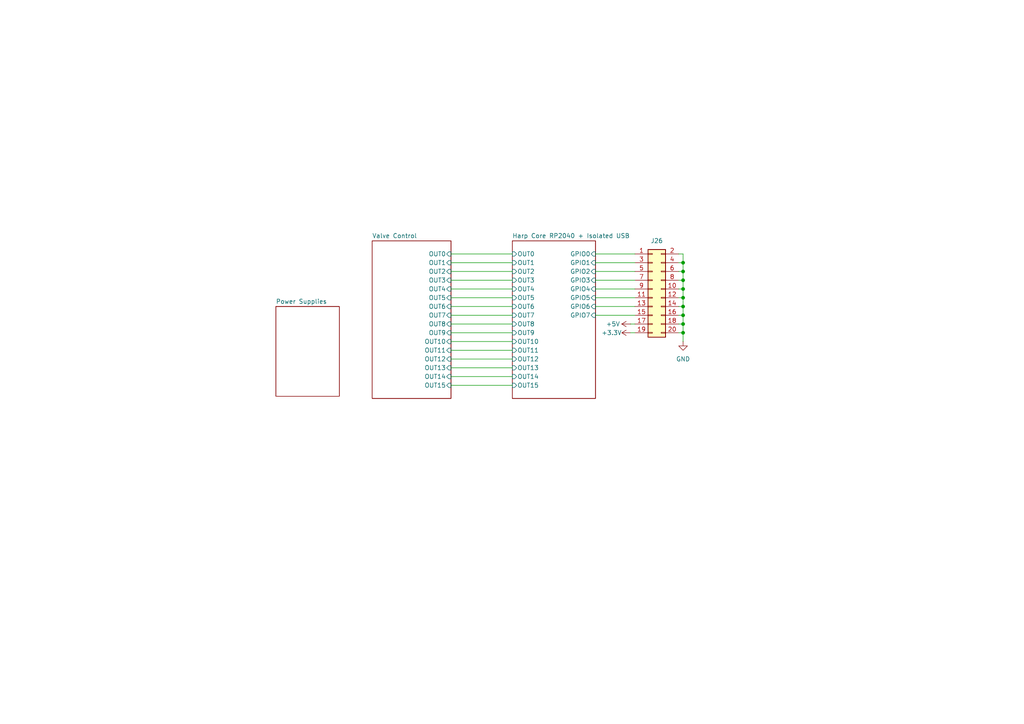
<source format=kicad_sch>
(kicad_sch (version 20231120) (generator "eeschema") (generator_version "8.0")
  (paper "A4")
  (title_block (title "harp.device.valve-controller") (date "2023-09-01") (rev "0.1") (company "The Allen Institute"))
  (lib_symbols
    (symbol "+5V_2" (power) (pin_numbers hide) (pin_names (offset 0) hide)
      (property "Value" "+5V" (at 0 3.556 0))
      (symbol "+5V_2_0_1"
        (polyline (pts (xy -0.762 1.27) (xy 0 2.54)))
        (polyline (pts (xy 0 0) (xy 0 2.54)))
        (polyline (pts (xy 0 2.54) (xy 0.762 1.27)))
      )
      (symbol "+5V_2_1_1"
        (pin power_in line (at 0 0 90) (length 0) (name "~") (number "1"))
      )
    )
    (symbol "Connector_Generic:Conn_02x10_Odd_Even" (pin_names (offset 1.016) hide)
      (property "Reference" "J" (at 1.27 12.7 0))
      (property "Value" "Conn_02x10_Odd_Even" (at 1.27 -15.24 0))
      (symbol "Conn_02x10_Odd_Even_1_1"
        (rectangle (start -1.27 -12.573) (end 0 -12.827) (stroke (width 0.1524)))
        (rectangle (start -1.27 -10.033) (end 0 -10.287) (stroke (width 0.1524)))
        (rectangle (start -1.27 -7.493) (end 0 -7.747) (stroke (width 0.1524)))
        (rectangle (start -1.27 -4.953) (end 0 -5.207) (stroke (width 0.1524)))
        (rectangle (start -1.27 -2.413) (end 0 -2.667) (stroke (width 0.1524)))
        (rectangle (start -1.27 0.127) (end 0 -0.127) (stroke (width 0.1524)))
        (rectangle (start -1.27 2.667) (end 0 2.413) (stroke (width 0.1524)))
        (rectangle (start -1.27 5.207) (end 0 4.953) (stroke (width 0.1524)))
        (rectangle (start -1.27 7.747) (end 0 7.493) (stroke (width 0.1524)))
        (rectangle (start -1.27 10.287) (end 0 10.033) (stroke (width 0.1524)))
        (rectangle (start -1.27 11.43) (end 3.81 -13.97) (stroke (width 0.254)) (fill (type background)))
        (rectangle (start 3.81 -12.573) (end 2.54 -12.827) (stroke (width 0.1524)))
        (rectangle (start 3.81 -10.033) (end 2.54 -10.287) (stroke (width 0.1524)))
        (rectangle (start 3.81 -7.493) (end 2.54 -7.747) (stroke (width 0.1524)))
        (rectangle (start 3.81 -4.953) (end 2.54 -5.207) (stroke (width 0.1524)))
        (rectangle (start 3.81 -2.413) (end 2.54 -2.667) (stroke (width 0.1524)))
        (rectangle (start 3.81 0.127) (end 2.54 -0.127) (stroke (width 0.1524)))
        (rectangle (start 3.81 2.667) (end 2.54 2.413) (stroke (width 0.1524)))
        (rectangle (start 3.81 5.207) (end 2.54 4.953) (stroke (width 0.1524)))
        (rectangle (start 3.81 7.747) (end 2.54 7.493) (stroke (width 0.1524)))
        (rectangle (start 3.81 10.287) (end 2.54 10.033) (stroke (width 0.1524)))
        (pin passive line (at -5.08 10.16 0) (length 3.81) (name "Pin_1") (number "1"))
        (pin passive line (at 7.62 0 180) (length 3.81) (name "Pin_10") (number "10"))
        (pin passive line (at -5.08 -2.54 0) (length 3.81) (name "Pin_11") (number "11"))
        (pin passive line (at 7.62 -2.54 180) (length 3.81) (name "Pin_12") (number "12"))
        (pin passive line (at -5.08 -5.08 0) (length 3.81) (name "Pin_13") (number "13"))
        (pin passive line (at 7.62 -5.08 180) (length 3.81) (name "Pin_14") (number "14"))
        (pin passive line (at -5.08 -7.62 0) (length 3.81) (name "Pin_15") (number "15"))
        (pin passive line (at 7.62 -7.62 180) (length 3.81) (name "Pin_16") (number "16"))
        (pin passive line (at -5.08 -10.16 0) (length 3.81) (name "Pin_17") (number "17"))
        (pin passive line (at 7.62 -10.16 180) (length 3.81) (name "Pin_18") (number "18"))
        (pin passive line (at -5.08 -12.7 0) (length 3.81) (name "Pin_19") (number "19"))
        (pin passive line (at 7.62 10.16 180) (length 3.81) (name "Pin_2") (number "2"))
        (pin passive line (at 7.62 -12.7 180) (length 3.81) (name "Pin_20") (number "20"))
        (pin passive line (at -5.08 7.62 0) (length 3.81) (name "Pin_3") (number "3"))
        (pin passive line (at 7.62 7.62 180) (length 3.81) (name "Pin_4") (number "4"))
        (pin passive line (at -5.08 5.08 0) (length 3.81) (name "Pin_5") (number "5"))
        (pin passive line (at 7.62 5.08 180) (length 3.81) (name "Pin_6") (number "6"))
        (pin passive line (at -5.08 2.54 0) (length 3.81) (name "Pin_7") (number "7"))
        (pin passive line (at 7.62 2.54 180) (length 3.81) (name "Pin_8") (number "8"))
        (pin passive line (at -5.08 0 0) (length 3.81) (name "Pin_9") (number "9"))
      )
    )
    (symbol "power:+3.3V" (power) (pin_numbers hide) (pin_names (offset 0) hide)
      (property "Value" "+3.3V" (at 0 3.556 0))
      (symbol "+3.3V_0_1"
        (polyline (pts (xy -0.762 1.27) (xy 0 2.54)))
        (polyline (pts (xy 0 0) (xy 0 2.54)))
        (polyline (pts (xy 0 2.54) (xy 0.762 1.27)))
      )
      (symbol "+3.3V_1_1"
        (pin power_in line (at 0 0 90) (length 0) (name "~") (number "1"))
      )
    )
    (symbol "power:GND" (power) (pin_numbers hide) (pin_names (offset 0) hide)
      (property "Value" "GND" (at 0 -3.81 0))
      (symbol "GND_0_1"
        (polyline (pts (xy 0 0) (xy 0 -1.27) (xy 1.27 -1.27) (xy 0 -2.54) (xy -1.27 -1.27) (xy 0 -1.27)))
      )
      (symbol "GND_1_1"
        (pin power_in line (at 0 0 270) (length 0) (name "~") (number "1"))
      )
    )
  )
  (junction (at 198.12 93.98))
  (junction (at 198.12 91.44))
  (junction (at 198.12 96.52))
  (junction (at 198.12 78.74))
  (junction (at 198.12 76.2))
  (junction (at 198.12 88.9))
  (junction (at 198.12 81.28))
  (junction (at 198.12 86.36))
  (junction (at 198.12 83.82))
  (wire (pts (xy 130.81 88.9) (xy 148.59 88.9)))
  (wire (pts (xy 196.85 76.2) (xy 198.12 76.2)))
  (wire (pts (xy 130.81 106.68) (xy 148.59 106.68)))
  (wire (pts (xy 130.81 76.2) (xy 148.59 76.2)))
  (wire (pts (xy 198.12 88.9) (xy 198.12 91.44)))
  (wire (pts (xy 130.81 83.82) (xy 148.59 83.82)))
  (wire (pts (xy 196.85 86.36) (xy 198.12 86.36)))
  (wire (pts (xy 198.12 73.66) (xy 198.12 76.2)))
  (wire (pts (xy 172.72 73.66) (xy 184.15 73.66)))
  (wire (pts (xy 172.72 83.82) (xy 184.15 83.82)))
  (wire (pts (xy 130.81 86.36) (xy 148.59 86.36)))
  (wire (pts (xy 198.12 76.2) (xy 198.12 78.74)))
  (wire (pts (xy 198.12 93.98) (xy 198.12 96.52)))
  (wire (pts (xy 130.81 101.6) (xy 148.59 101.6)))
  (wire (pts (xy 196.85 83.82) (xy 198.12 83.82)))
  (wire (pts (xy 130.81 73.66) (xy 148.59 73.66)))
  (wire (pts (xy 198.12 91.44) (xy 198.12 93.98)))
  (wire (pts (xy 196.85 81.28) (xy 198.12 81.28)))
  (wire (pts (xy 130.81 78.74) (xy 148.59 78.74)))
  (wire (pts (xy 196.85 88.9) (xy 198.12 88.9)))
  (wire (pts (xy 130.81 104.14) (xy 148.59 104.14)))
  (wire (pts (xy 198.12 78.74) (xy 198.12 81.28)))
  (wire (pts (xy 196.85 91.44) (xy 198.12 91.44)))
  (wire (pts (xy 130.81 109.22) (xy 148.59 109.22)))
  (wire (pts (xy 172.72 86.36) (xy 184.15 86.36)))
  (wire (pts (xy 182.88 96.52) (xy 184.15 96.52)))
  (wire (pts (xy 130.81 93.98) (xy 148.59 93.98)))
  (wire (pts (xy 198.12 96.52) (xy 198.12 99.06)))
  (wire (pts (xy 198.12 83.82) (xy 198.12 86.36)))
  (wire (pts (xy 130.81 91.44) (xy 148.59 91.44)))
  (wire (pts (xy 130.81 81.28) (xy 148.59 81.28)))
  (wire (pts (xy 198.12 81.28) (xy 198.12 83.82)))
  (wire (pts (xy 130.81 99.06) (xy 148.59 99.06)))
  (wire (pts (xy 196.85 93.98) (xy 198.12 93.98)))
  (wire (pts (xy 130.81 111.76) (xy 148.59 111.76)))
  (wire (pts (xy 196.85 73.66) (xy 198.12 73.66)))
  (wire (pts (xy 172.72 91.44) (xy 184.15 91.44)))
  (wire (pts (xy 130.81 96.52) (xy 148.59 96.52)))
  (wire (pts (xy 196.85 78.74) (xy 198.12 78.74)))
  (wire (pts (xy 196.85 96.52) (xy 198.12 96.52)))
  (wire (pts (xy 172.72 78.74) (xy 184.15 78.74)))
  (wire (pts (xy 172.72 88.9) (xy 184.15 88.9)))
  (wire (pts (xy 182.88 93.98) (xy 184.15 93.98)))
  (wire (pts (xy 172.72 76.2) (xy 184.15 76.2)))
  (wire (pts (xy 198.12 86.36) (xy 198.12 88.9)))
  (wire (pts (xy 172.72 81.28) (xy 184.15 81.28)))
  (symbol (lib_id "power:+3.3V") (at 182.88 96.52 90) (unit 1)
    (property "Reference" "#PWR0143" (effects (hide yes)))
    (property "Value" "+3.3V" (at 180.34 96.52 90) (effects (justify left)))
    (property "Description" "Power symbol creates a global label with name \"+3.3V\"" (effects (hide yes)))
  )
  (symbol (lib_name "+5V_2") (lib_id "power:+5V") (at 182.88 93.98 90) (unit 1)
    (property "Reference" "#PWR0141" (effects (hide yes)))
    (property "Value" "+5V" (at 177.8 93.98 90))
    (property "Description" "Power symbol creates a global label with name \"+5V\"" (effects (hide yes)))
  )
  (symbol (lib_id "power:GND") (at 198.12 99.06 0) (unit 1)
    (property "Reference" "#PWR0142" (effects (hide yes)))
    (property "Value" "GND" (at 198.12 104.14 0))
    (property "Description" "Power symbol creates a global label with name \"GND\" , ground" (effects (hide yes)))
  )
  (symbol (lib_id "Connector_Generic:Conn_02x10_Odd_Even") (at 189.23 83.82 0) (unit 1)
    (property "Reference" "J26" (at 190.5 69.85 0))
    (property "Value" "Conn_02x10_Odd_Even" (effects (hide yes)))
    (property "Footprint" "Connector_PinHeader_2.54mm:PinHeader_2x10_P2.54mm_Vertical_SMD" (effects (hide yes)))
    (property "Description" "Generic connector, double row, 02x10, odd/even pin numbering scheme (row 1 odd numbers, row 2 even numbers), script generated (kicad-library-utils/schlib/autogen/connector/)" (effects (hide yes)))
  )
  (sheet (at 80.01 88.9) (size 18.415 26.035) (stroke (width 0.1524))
    (property "Sheetname" "Power Supplies" (at 80.01 88.1884 0) (effects (justify left bottom)))
    (property "Sheetfile" "board_power.kicad_sch" (effects (hide yes)))
  )
  (sheet (at 107.95 69.85) (size 22.86 45.72) (stroke (width 0.1524))
    (property "Sheetname" "Valve Control" (at 107.95 69.1384 0) (effects (justify left bottom)))
    (property "Sheetfile" "valve_control.kicad_sch" (effects (hide yes)))
    (pin "OUT4" input (at 130.81 83.82 0))
    (pin "OUT5" input (at 130.81 86.36 0))
    (pin "OUT2" input (at 130.81 78.74 0))
    (pin "OUT3" input (at 130.81 81.28 0))
    (pin "OUT6" input (at 130.81 88.9 0))
    (pin "OUT7" input (at 130.81 91.44 0))
    (pin "OUT0" input (at 130.81 73.66 0))
    (pin "OUT1" input (at 130.81 76.2 0))
    (pin "OUT10" input (at 130.81 99.06 0))
    (pin "OUT11" input (at 130.81 101.6 0))
    (pin "OUT14" input (at 130.81 109.22 0))
    (pin "OUT15" input (at 130.81 111.76 0))
    (pin "OUT13" input (at 130.81 106.68 0))
    (pin "OUT12" input (at 130.81 104.14 0))
    (pin "OUT8" input (at 130.81 93.98 0))
    (pin "OUT9" input (at 130.81 96.52 0))
  )
  (sheet (at 148.59 69.85) (size 24.13 45.72) (stroke (width 0.1524))
    (property "Sheetname" "Harp Core RP2040 + Isolated USB" (at 148.59 69.1384 0) (effects (justify left bottom)))
    (property "Sheetfile" "isolated_usb_rp2040.kicad_sch" (effects (hide yes)))
    (pin "OUT8" input (at 148.59 93.98 180))
    (pin "OUT11" input (at 148.59 101.6 180))
    (pin "OUT9" input (at 148.59 96.52 180))
    (pin "OUT10" input (at 148.59 99.06 180))
    (pin "OUT13" input (at 148.59 106.68 180))
    (pin "OUT14" input (at 148.59 109.22 180))
    (pin "OUT15" input (at 148.59 111.76 180))
    (pin "OUT12" input (at 148.59 104.14 180))
    (pin "OUT7" input (at 148.59 91.44 180))
    (pin "OUT5" input (at 148.59 86.36 180))
    (pin "OUT6" input (at 148.59 88.9 180))
    (pin "OUT4" input (at 148.59 83.82 180))
    (pin "OUT0" input (at 148.59 73.66 180))
    (pin "OUT3" input (at 148.59 81.28 180))
    (pin "OUT2" input (at 148.59 78.74 180))
    (pin "OUT1" input (at 148.59 76.2 180))
    (pin "GPIO1" input (at 172.72 76.2 0))
    (pin "GPIO0" input (at 172.72 73.66 0))
    (pin "GPIO2" input (at 172.72 78.74 0))
    (pin "GPIO3" input (at 172.72 81.28 0))
    (pin "GPIO4" input (at 172.72 83.82 0))
    (pin "GPIO5" input (at 172.72 86.36 0))
    (pin "GPIO6" input (at 172.72 88.9 0))
    (pin "GPIO7" input (at 172.72 91.44 0))
  )
)
</source>
